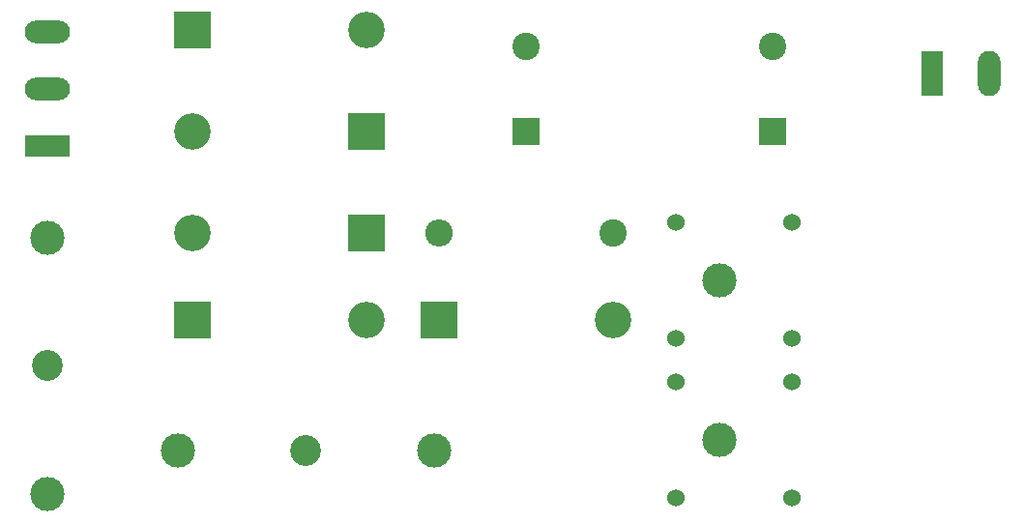
<source format=gbr>
%TF.GenerationSoftware,KiCad,Pcbnew,(5.1.7)-1*%
%TF.CreationDate,2020-10-14T23:46:55+02:00*%
%TF.ProjectId,rectifier,72656374-6966-4696-9572-2e6b69636164,rev?*%
%TF.SameCoordinates,Original*%
%TF.FileFunction,Soldermask,Bot*%
%TF.FilePolarity,Negative*%
%FSLAX46Y46*%
G04 Gerber Fmt 4.6, Leading zero omitted, Abs format (unit mm)*
G04 Created by KiCad (PCBNEW (5.1.7)-1) date 2020-10-14 23:46:55*
%MOMM*%
%LPD*%
G01*
G04 APERTURE LIST*
%ADD10C,1.524000*%
%ADD11C,3.000000*%
%ADD12R,2.400000X2.400000*%
%ADD13C,2.400000*%
%ADD14O,3.200000X3.200000*%
%ADD15R,3.200000X3.200000*%
%ADD16C,2.700000*%
%ADD17R,3.960000X1.980000*%
%ADD18O,3.960000X1.980000*%
%ADD19R,1.980000X3.960000*%
%ADD20O,1.980000X3.960000*%
%ADD21O,2.400000X2.400000*%
G04 APERTURE END LIST*
D10*
%TO.C,J4*%
X85520000Y-48610000D03*
X75360000Y-58770000D03*
X75360000Y-48610000D03*
X85520000Y-58770000D03*
D11*
X79160000Y-53690000D03*
%TD*%
D10*
%TO.C,J3*%
X85520000Y-34640000D03*
X75360000Y-44800000D03*
X75360000Y-34640000D03*
X85520000Y-44800000D03*
D11*
X79160000Y-39720000D03*
%TD*%
D12*
%TO.C,C1*%
X62230000Y-26670000D03*
D13*
X62230000Y-19170000D03*
%TD*%
%TO.C,C2*%
X83820000Y-19170000D03*
D12*
X83820000Y-26670000D03*
%TD*%
D14*
%TO.C,D1*%
X33020000Y-35560000D03*
D15*
X48260000Y-35560000D03*
%TD*%
%TO.C,D2*%
X33020000Y-43180000D03*
D14*
X48260000Y-43180000D03*
%TD*%
%TO.C,D3*%
X33020000Y-26670000D03*
D15*
X48260000Y-26670000D03*
%TD*%
%TO.C,D4*%
X33020000Y-17780000D03*
D14*
X48260000Y-17780000D03*
%TD*%
D15*
%TO.C,D5*%
X54610000Y-43180000D03*
D14*
X69850000Y-43180000D03*
%TD*%
D11*
%TO.C,F1*%
X20320000Y-58420000D03*
X20320000Y-35920000D03*
D16*
X20320000Y-47170000D03*
%TD*%
%TO.C,F2*%
X43000000Y-54610000D03*
D11*
X54250000Y-54610000D03*
X31750000Y-54610000D03*
%TD*%
D17*
%TO.C,J1*%
X20320000Y-27940000D03*
D18*
X20320000Y-22940000D03*
X20320000Y-17940000D03*
%TD*%
D19*
%TO.C,J2*%
X97790000Y-21590000D03*
D20*
X102790000Y-21590000D03*
%TD*%
D13*
%TO.C,R1*%
X69850000Y-35560000D03*
D21*
X54610000Y-35560000D03*
%TD*%
M02*

</source>
